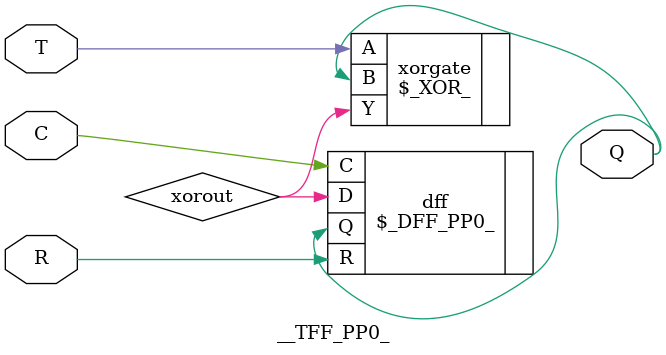
<source format=v>
module __TFF_PP0_ (T, C, R, Q);
	input T, C, R;
	output wire Q;
	wire xorout;
	$_XOR_ xorgate (
		.A(T),
		.B(Q),
		.Y(xorout),
	);
	$_DFF_PP0_ dff (
		.C(C),
		.D(xorout),
		.Q(Q),
		.R(R)
	);
endmodule
</source>
